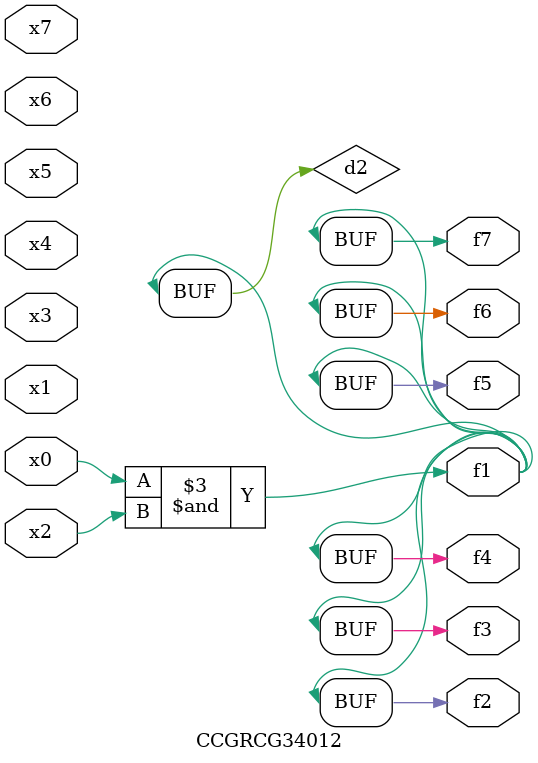
<source format=v>
module CCGRCG34012(
	input x0, x1, x2, x3, x4, x5, x6, x7,
	output f1, f2, f3, f4, f5, f6, f7
);

	wire d1, d2;

	nor (d1, x3, x6);
	and (d2, x0, x2);
	assign f1 = d2;
	assign f2 = d2;
	assign f3 = d2;
	assign f4 = d2;
	assign f5 = d2;
	assign f6 = d2;
	assign f7 = d2;
endmodule

</source>
